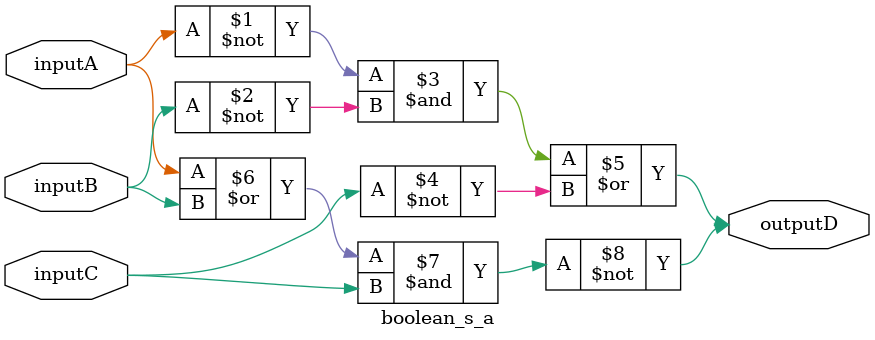
<source format=v>
`timescale 1ns / 1ps


module boolean_s_a(
    input inputA,
    input inputB,
    input inputC,
    output outputD
    );
    
    assign outputD = (((~inputA)&(~inputB)))|(~inputC); //(A)
    assign outputD = ~((inputA | inputB) & inputC); //(B)
endmodule



</source>
